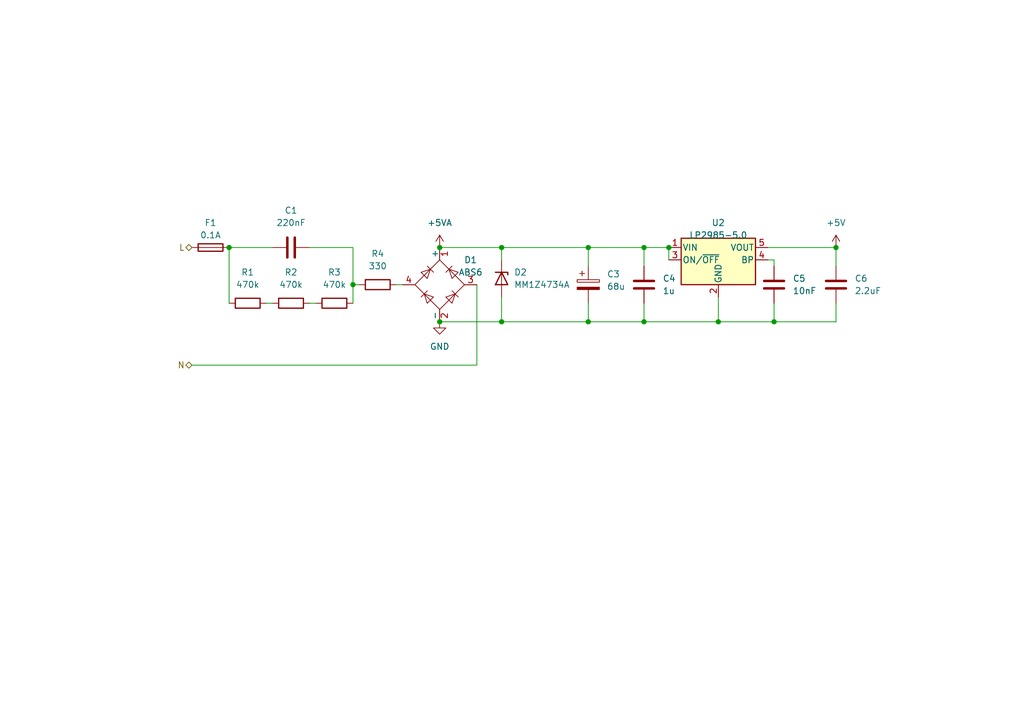
<source format=kicad_sch>
(kicad_sch (version 20231120) (generator "eeschema") (generator_version "8.0")
  (paper "A5")
  (title_block (title "IR-based AC switch") (rev "2") (comment 4 "230V AC mains switch activated by presence of a 38kHz IR signal"))
  (lib_symbols
    (symbol "Device:C" (pin_numbers hide) (pin_names (offset 0.254))
      (property "Reference" "C" (at 0.635 2.54 0))
      (property "Value" "C" (at 0.635 -2.54 0))
      (symbol "C_0_1"
        (polyline (pts (xy -2.032 -0.762) (xy 2.032 -0.762)) (stroke (width 0.508)))
        (polyline (pts (xy -2.032 0.762) (xy 2.032 0.762)) (stroke (width 0.508)))
      )
      (symbol "C_1_1"
        (pin passive line (at 0 3.81 270) (length 2.794) (name "~") (number "1"))
        (pin passive line (at 0 -3.81 90) (length 2.794) (name "~") (number "2"))
      )
    )
    (symbol "Device:C_Polarized" (pin_numbers hide) (pin_names (offset 0.254))
      (property "Reference" "C" (at 0.635 2.54 0))
      (property "Value" "C_Polarized" (at 0.635 -2.54 0))
      (symbol "C_Polarized_0_1"
        (rectangle (start -2.286 0.508) (end 2.286 1.016))
        (polyline (pts (xy -1.778 2.286) (xy -0.762 2.286)))
        (polyline (pts (xy -1.27 2.794) (xy -1.27 1.778)))
        (rectangle (start 2.286 -0.508) (end -2.286 -1.016) (fill (type outline)))
      )
      (symbol "C_Polarized_1_1"
        (pin passive line (at 0 3.81 270) (length 2.794) (name "~") (number "1"))
        (pin passive line (at 0 -3.81 90) (length 2.794) (name "~") (number "2"))
      )
    )
    (symbol "Device:D_Zener" (pin_numbers hide) (pin_names (offset 1.016) hide)
      (property "Reference" "D" (at 0 2.54 0))
      (property "Value" "D_Zener" (at 0 -2.54 0))
      (symbol "D_Zener_0_1"
        (polyline (pts (xy 1.27 0) (xy -1.27 0)))
        (polyline (pts (xy -1.27 -1.27) (xy -1.27 1.27) (xy -0.762 1.27)) (stroke (width 0.254)))
        (polyline (pts (xy 1.27 -1.27) (xy 1.27 1.27) (xy -1.27 0) (xy 1.27 -1.27)) (stroke (width 0.254)))
      )
      (symbol "D_Zener_1_1"
        (pin passive line (at -3.81 0 0) (length 2.54) (name "K") (number "1"))
        (pin passive line (at 3.81 0 180) (length 2.54) (name "A") (number "2"))
      )
    )
    (symbol "Device:Fuse" (pin_numbers hide) (pin_names (offset 0))
      (property "Reference" "F" (at 2.032 0 90))
      (property "Value" "Fuse" (at -1.905 0 90))
      (symbol "Fuse_0_1"
        (rectangle (start -0.762 -2.54) (end 0.762 2.54) (stroke (width 0.254)))
        (polyline (pts (xy 0 2.54) (xy 0 -2.54)))
      )
      (symbol "Fuse_1_1"
        (pin passive line (at 0 3.81 270) (length 1.27) (name "~") (number "1"))
        (pin passive line (at 0 -3.81 90) (length 1.27) (name "~") (number "2"))
      )
    )
    (symbol "Device:R" (pin_numbers hide) (pin_names (offset 0))
      (property "Reference" "R" (at 2.032 0 90))
      (property "Value" "R" (at 0 0 90))
      (symbol "R_0_1"
        (rectangle (start -1.016 -2.54) (end 1.016 2.54) (stroke (width 0.254)))
      )
      (symbol "R_1_1"
        (pin passive line (at 0 3.81 270) (length 1.27) (name "~") (number "1"))
        (pin passive line (at 0 -3.81 90) (length 1.27) (name "~") (number "2"))
      )
    )
    (symbol "Diode_Bridge:ABS6" (pin_names (offset 0))
      (property "Reference" "D" (at 2.54 6.985 0))
      (property "Value" "ABS6" (at 2.54 5.08 0))
      (symbol "ABS6_0_1"
        (polyline (pts (xy -2.54 3.81) (xy -1.27 2.54)))
        (polyline (pts (xy -1.27 -2.54) (xy -2.54 -3.81)))
        (polyline (pts (xy 2.54 -1.27) (xy 3.81 -2.54)))
        (polyline (pts (xy 2.54 1.27) (xy 3.81 2.54)))
        (polyline (pts (xy -3.81 2.54) (xy -2.54 1.27) (xy -1.905 3.175) (xy -3.81 2.54)))
        (polyline (pts (xy -2.54 -1.27) (xy -3.81 -2.54) (xy -1.905 -3.175) (xy -2.54 -1.27)))
        (polyline (pts (xy 1.27 2.54) (xy 2.54 3.81) (xy 3.175 1.905) (xy 1.27 2.54)))
        (polyline (pts (xy 3.175 -1.905) (xy 1.27 -2.54) (xy 2.54 -3.81) (xy 3.175 -1.905)))
        (polyline (pts (xy -5.08 0) (xy 0 -5.08) (xy 5.08 0) (xy 0 5.08) (xy -5.08 0)))
      )
      (symbol "ABS6_1_1"
        (pin passive line (at 7.62 0 180) (length 2.54) (name "+") (number "1"))
        (pin passive line (at -7.62 0 0) (length 2.54) (name "-") (number "2"))
        (pin passive line (at 0 -7.62 90) (length 2.54) (name "~") (number "3"))
        (pin passive line (at 0 7.62 270) (length 2.54) (name "~") (number "4"))
      )
    )
    (symbol "Regulator_Linear:LP2985-5.0" (pin_names (offset 0.254))
      (property "Reference" "U" (at -6.35 5.715 0))
      (property "Value" "LP2985-5.0" (at 0 5.715 0))
      (symbol "LP2985-5.0_0_1"
        (rectangle (start -7.62 -5.08) (end 7.62 4.445) (stroke (width 0.254)) (fill (type background)))
      )
      (symbol "LP2985-5.0_1_1"
        (pin power_in line (at -10.16 2.54 0) (length 2.54) (name "VIN") (number "1"))
        (pin power_in line (at 0 -7.62 90) (length 2.54) (name "GND") (number "2"))
        (pin input line (at -10.16 0 0) (length 2.54) (name "ON/~{OFF}") (number "3"))
        (pin input line (at 10.16 0 180) (length 2.54) (name "BP") (number "4"))
        (pin power_out line (at 10.16 2.54 180) (length 2.54) (name "VOUT") (number "5"))
      )
    )
    (symbol "power:+5V" (power) (pin_names (offset 0))
      (property "Value" "+5V" (at 0 3.556 0))
      (symbol "+5V_0_1"
        (polyline (pts (xy -0.762 1.27) (xy 0 2.54)))
        (polyline (pts (xy 0 0) (xy 0 2.54)))
        (polyline (pts (xy 0 2.54) (xy 0.762 1.27)))
      )
      (symbol "+5V_1_1"
        (pin power_in line (at 0 0 90) (length 0) hide (name "+5V") (number "1"))
      )
    )
    (symbol "power:+5VA" (power) (pin_names (offset 0))
      (property "Value" "+5VA" (at 0 3.556 0))
      (symbol "+5VA_0_1"
        (polyline (pts (xy -0.762 1.27) (xy 0 2.54)))
        (polyline (pts (xy 0 0) (xy 0 2.54)))
        (polyline (pts (xy 0 2.54) (xy 0.762 1.27)))
      )
      (symbol "+5VA_1_1"
        (pin power_in line (at 0 0 90) (length 0) hide (name "+5VA") (number "1"))
      )
    )
    (symbol "power:GND" (power) (pin_names (offset 0))
      (property "Value" "GND" (at 0 -3.81 0))
      (symbol "GND_0_1"
        (polyline (pts (xy 0 0) (xy 0 -1.27) (xy 1.27 -1.27) (xy 0 -2.54) (xy -1.27 -1.27) (xy 0 -1.27)))
      )
      (symbol "GND_1_1"
        (pin power_in line (at 0 0 270) (length 0) hide (name "GND") (number "1"))
      )
    )
  )
  (junction (at 147.32 66.04))
  (junction (at 132.08 50.8))
  (junction (at 72.39 58.42))
  (junction (at 90.17 50.8))
  (junction (at 120.65 66.04))
  (junction (at 102.87 50.8))
  (junction (at 132.08 66.04))
  (junction (at 46.99 50.8))
  (junction (at 171.45 50.8))
  (junction (at 158.75 66.04))
  (junction (at 137.16 50.8))
  (junction (at 120.65 50.8))
  (junction (at 90.17 66.04))
  (junction (at 102.87 66.04))
  (wire (pts (xy 171.45 66.04) (xy 171.45 62.23)))
  (wire (pts (xy 171.45 50.8) (xy 171.45 54.61)))
  (wire (pts (xy 120.65 66.04) (xy 132.08 66.04)))
  (wire (pts (xy 90.17 50.8) (xy 102.87 50.8)))
  (wire (pts (xy 72.39 58.42) (xy 72.39 62.23)))
  (wire (pts (xy 63.5 62.23) (xy 64.77 62.23)))
  (wire (pts (xy 72.39 50.8) (xy 63.5 50.8)))
  (wire (pts (xy 158.75 66.04) (xy 171.45 66.04)))
  (wire (pts (xy 147.32 60.96) (xy 147.32 66.04)))
  (wire (pts (xy 102.87 60.96) (xy 102.87 66.04)))
  (wire (pts (xy 72.39 58.42) (xy 73.66 58.42)))
  (wire (pts (xy 132.08 50.8) (xy 137.16 50.8)))
  (wire (pts (xy 90.17 66.04) (xy 102.87 66.04)))
  (wire (pts (xy 120.65 50.8) (xy 120.65 54.61)))
  (wire (pts (xy 137.16 50.8) (xy 137.16 53.34)))
  (wire (pts (xy 72.39 58.42) (xy 72.39 50.8)))
  (wire (pts (xy 147.32 66.04) (xy 158.75 66.04)))
  (wire (pts (xy 39.37 74.93) (xy 97.79 74.93)))
  (wire (pts (xy 120.65 50.8) (xy 132.08 50.8)))
  (wire (pts (xy 157.48 50.8) (xy 171.45 50.8)))
  (wire (pts (xy 132.08 50.8) (xy 132.08 54.61)))
  (wire (pts (xy 158.75 53.34) (xy 158.75 54.61)))
  (wire (pts (xy 81.28 58.42) (xy 82.55 58.42)))
  (wire (pts (xy 102.87 66.04) (xy 120.65 66.04)))
  (wire (pts (xy 158.75 53.34) (xy 157.48 53.34)))
  (wire (pts (xy 132.08 66.04) (xy 147.32 66.04)))
  (wire (pts (xy 46.99 50.8) (xy 55.88 50.8)))
  (wire (pts (xy 158.75 62.23) (xy 158.75 66.04)))
  (wire (pts (xy 102.87 50.8) (xy 102.87 53.34)))
  (wire (pts (xy 97.79 58.42) (xy 97.79 74.93)))
  (wire (pts (xy 54.61 62.23) (xy 55.88 62.23)))
  (wire (pts (xy 132.08 62.23) (xy 132.08 66.04)))
  (wire (pts (xy 120.65 62.23) (xy 120.65 66.04)))
  (wire (pts (xy 102.87 50.8) (xy 120.65 50.8)))
  (wire (pts (xy 46.99 50.8) (xy 46.99 62.23)))
  (hierarchical_label "L" (shape bidirectional) (at 39.37 50.8 180))
  (hierarchical_label "N" (shape bidirectional) (at 39.37 74.93 180))
  (symbol (lib_id "Device:R") (at 50.8 62.23 90) (unit 1)
    (property "Reference" "R1" (at 50.8 55.88 90))
    (property "Value" "470k" (at 50.8 58.42 90))
    (property "Footprint" "Resistor_SMD:R_0805_2012Metric_Pad1.20x1.40mm_HandSolder" (effects (hide yes)))
    (property "SKU1" "Conrad:428523" (effects (hide yes)))
    (instances (project "switch" (path "" (reference "R1") (unit 1))) (project "emitter" (path "" (reference "R2") (unit 1))))
  )
  (symbol (lib_id "Device:R") (at 68.58 62.23 90) (unit 1)
    (property "Reference" "R3" (at 68.58 55.88 90))
    (property "Value" "470k" (at 68.58 58.42 90))
    (property "Footprint" "Resistor_SMD:R_0805_2012Metric_Pad1.20x1.40mm_HandSolder" (effects (hide yes)))
    (property "SKU1" "Conrad:428523" (effects (hide yes)))
    (instances (project "switch" (path "" (reference "R3") (unit 1))) (project "emitter" (path "" (reference "R4") (unit 1))))
  )
  (symbol (lib_id "Device:Fuse") (at 43.18 50.8 90) (unit 1)
    (property "Reference" "F1" (at 43.18 45.72 90))
    (property "Value" "0.1A" (at 43.18 48.26 90))
    (property "Footprint" "Fuse:Fuse_Littelfuse_395Series" (effects (hide yes)))
    (property "MPN1" "ESKA:883007-1" (effects (hide yes)))
    (property "SKU1" "Conrad:524282" (effects (hide yes)))
    (property "MPN" "395-0100-0000" (effects (hide yes)))
  )
  (symbol (lib_id "Device:D_Zener") (at 102.87 57.15 270) (unit 1)
    (property "Reference" "D2" (at 105.41 55.88 90) (effects (justify left)))
    (property "Value" "MM1Z4734A" (at 105.41 58.42 90) (effects (justify left)))
    (property "Footprint" "Diode_SMD:D_SOD-123F" (effects (hide yes)))
    (property "Datasheet" "https://diotec.com/request/datasheet/mm1z4728.pdf" (effects (hide yes)))
    (property "MPN1" "Diotec:MM1Z4734A" (effects (hide yes)))
    (property "SKU1" "Conrad:2809947" (effects (hide yes)))
    (property "MPN" "MM1Z4734A" (effects (hide yes)))
    (instances (project "switch" (path "" (reference "D2") (unit 1))) (project "emitter" (path "" (reference "D1") (unit 1))))
  )
  (symbol (lib_id "Diode_Bridge:ABS6") (at 90.17 58.42 90) (unit 1)
    (property "Reference" "D1" (at 96.52 53.34 90))
    (property "Value" "ABS6" (at 96.52 55.88 90))
    (property "Footprint" "Diode_SMD:Diode_Bridge_Diotec_ABS" (effects (hide yes)))
    (property "Datasheet" "https://diotec.com/tl_files/diotec/files/pdf/datasheets/abs2.pdf" (effects (hide yes)))
    (property "SKU1" "Conrad:556710" (effects (hide yes)))
    (property "MPN1" "Diotec:ABS6" (effects (hide yes)))
    (property "MPN" "ABS6" (effects (hide yes)))
  )
  (symbol (lib_id "Device:C_Polarized") (at 120.65 58.42 0) (unit 1)
    (property "Reference" "C3" (at 124.46 56.261 0) (effects (justify left)))
    (property "Value" "68u" (at 124.46 58.801 0) (effects (justify left)))
    (property "Footprint" "Capacitor_SMD:CP_Elec_10x12.5" (effects (hide yes)))
    (property "MPN1" "Panasonic:50SVPF68M" (effects (hide yes)))
    (property "SKU1" "Conrad:1675443" (effects (hide yes)))
    (property "MPN" "50SVPF68M" (effects (hide yes)))
    (instances (project "switch" (path "" (reference "C3") (unit 1))) (project "emitter" (path "" (reference "C2") (unit 1))))
  )
  (symbol (lib_id "Device:C") (at 59.69 50.8 90) (unit 1)
    (property "Reference" "C1" (at 59.69 43.18 90))
    (property "Value" "220nF" (at 59.69 45.72 90))
    (property "Footprint" "Capacitor_THT:C_Rect_L18.0mm_W8.0mm_P15.00mm_FKS3_FKP3" (effects (hide yes)))
    (property "Datasheet" "https://www.wima.de/wp-content/uploads/media/e_WIMA_MKP-X2.pdf" (effects (hide yes)))
    (property "MPN1" "WIMA:MKX2AW32205B00KSSD" (effects (hide yes)))
    (property "SKU1" "Conrad:1569583" (effects (hide yes)))
    (property "Sim.Device" "C" (effects (hide yes)))
    (property "Sim.Pins" "1=+ 2=-" (effects (hide yes)))
    (property "MPN" "MKX2AW32205B00KSSD" (effects (hide yes)))
  )
  (symbol (lib_id "Device:C") (at 158.75 58.42 0) (unit 1)
    (property "Reference" "C5" (at 162.56 57.15 0) (effects (justify left)))
    (property "Value" "10nF" (at 162.56 59.69 0) (effects (justify left)))
    (property "Footprint" "Capacitor_SMD:C_0805_2012Metric" (effects (hide yes)))
    (instances (project "switch" (path "" (reference "C5") (unit 1))) (project "emitter" (path "" (reference "C6") (unit 1))))
  )
  (symbol (lib_id "Regulator_Linear:LP2985-5.0") (at 147.32 53.34 0) (unit 1)
    (property "Reference" "U2" (at 147.32 45.72 0))
    (property "Value" "LP2985-5.0" (at 147.32 48.26 0))
    (property "Footprint" "Package_TO_SOT_SMD:SOT-23-5" (effects (hide yes)))
    (property "Datasheet" "http://www.ti.com/lit/ds/symlink/lp2985.pdf" (effects (hide yes)))
    (property "MPN1" "Texas Instruments:LP2985-50DBVR" (effects (hide yes)))
    (property "MPN" "LP2985-50DBVR" (effects (hide yes)))
  )
  (symbol (lib_id "power:+5VA") (at 90.17 50.8 0) (unit 1)
    (property "Reference" "#PWR01" (effects (hide yes)))
    (property "Value" "+5VA" (at 90.17 45.72 0))
    (instances (project "switch" (path "" (reference "#PWR01") (unit 1))) (project "emitter" (path "" (reference "#PWR03") (unit 1))))
  )
  (symbol (lib_id "Device:R") (at 59.69 62.23 90) (unit 1)
    (property "Reference" "R2" (at 59.69 55.88 90))
    (property "Value" "470k" (at 59.69 58.42 90))
    (property "Footprint" "Resistor_SMD:R_0805_2012Metric_Pad1.20x1.40mm_HandSolder" (effects (hide yes)))
    (property "SKU1" "Conrad:428523" (effects (hide yes)))
    (instances (project "switch" (path "" (reference "R2") (unit 1))) (project "emitter" (path "" (reference "R3") (unit 1))))
  )
  (symbol (lib_id "Device:R") (at 77.47 58.42 90) (unit 1)
    (property "Reference" "R4" (at 77.47 52.07 90))
    (property "Value" "330" (at 77.47 54.61 90))
    (property "Footprint" "Resistor_THT:R_Axial_DIN0516_L15.5mm_D5.0mm_P7.62mm_Vertical" (effects (hide yes)))
    (property "Datasheet" "https://www.vitrohm.com/content/files/vitrohm-crf-wirewound-safety-resistor-datasheet.pdf" (effects (hide yes)))
    (property "MPN1" "Vitrohm:CRF253-45T330R" (effects (hide yes)))
    (property "SKN1" "Conrad:458006" (effects (hide yes)))
    (property "MPN" "CRF253-45T330R" (effects (hide yes)))
    (instances (project "switch" (path "" (reference "R4") (unit 1))) (project "emitter" (path "" (reference "R1") (unit 1))))
  )
  (symbol (lib_id "Device:C") (at 171.45 58.42 0) (unit 1)
    (property "Reference" "C6" (at 175.26 57.15 0) (effects (justify left)))
    (property "Value" "2.2uF" (at 175.26 59.69 0) (effects (justify left)))
    (property "Footprint" "Capacitor_SMD:C_0805_2012Metric" (effects (hide yes)))
    (instances (project "switch" (path "" (reference "C6") (unit 1))) (project "emitter" (path "" (reference "C7") (unit 1))))
  )
  (symbol (lib_id "power:+5V") (at 171.45 50.8 0) (unit 1)
    (property "Reference" "#PWR03" (effects (hide yes)))
    (property "Value" "+5V" (at 171.45 45.72 0))
    (instances (project "switch" (path "" (reference "#PWR03") (unit 1))) (project "emitter" (path "" (reference "#PWR05") (unit 1))))
  )
  (symbol (lib_id "Device:C") (at 132.08 58.42 0) (unit 1)
    (property "Reference" "C4" (at 135.89 57.15 0) (effects (justify left)))
    (property "Value" "1u" (at 135.89 59.69 0) (effects (justify left)))
    (property "Footprint" "Capacitor_SMD:C_0603_1608Metric" (effects (hide yes)))
    (property "MPN1" "Kyovera AVX:0603YD105KAT2A" (effects (hide yes)))
    (property "SKU1" "Mouser:581-0603YD105K" (effects (hide yes)))
    (instances (project "switch" (path "" (reference "C4") (unit 1))) (project "emitter" (path "" (reference "C5") (unit 1))))
  )
  (symbol (lib_id "power:GND") (at 90.17 66.04 0) (unit 1)
    (property "Reference" "#PWR02" (effects (hide yes)))
    (property "Value" "GND" (at 90.17 71.12 0))
    (instances (project "switch" (path "" (reference "#PWR02") (unit 1))) (project "emitter" (path "" (reference "#PWR06") (unit 1))))
  )
)
</source>
